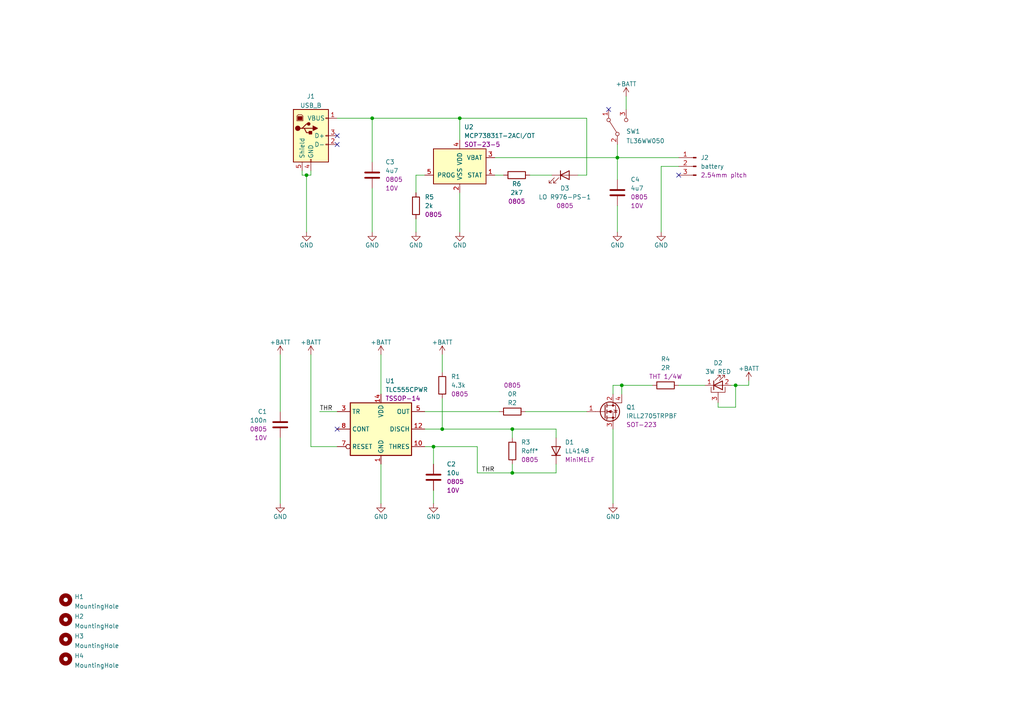
<source format=kicad_sch>
(kicad_sch (version 20230121) (generator eeschema)
  (paper "A4")
  (title_block (title "Italian railway backlights - 1:4 scale") (date "2023-04-14") (rev "REV 1.5") (company "Alessio Spachtholz") (comment 1 "Fast pulse has off time of 750ms, slow pulsing has it of 1400ms") (comment 2 "All pulse configuration have a bright time of 30ms") (comment 3 "For fast pulsing place Roff at 110kΩ otherwise  use200kΩ resistor"))
  (lib_symbols
    (symbol "Battery_Management:MCP73831-2-OT" (pin_names (offset 1.016))
      (property "Reference" "U" (at -7.62 6.35 0))
      (property "Value" "MCP73831-2-OT" (at 1.27 6.35 0))
      (symbol "MCP73831-2-OT_0_1"
        (rectangle (start -7.62 5.08) (end 7.62 -5.08) (stroke (width 0.254)) (fill (type background)))
      )
      (symbol "MCP73831-2-OT_1_1"
        (pin output line (at 10.16 -2.54 180) (length 2.54) (name "STAT") (number "1"))
        (pin power_in line (at 0 -7.62 90) (length 2.54) (name "VSS") (number "2"))
        (pin power_out line (at 10.16 2.54 180) (length 2.54) (name "VBAT") (number "3"))
        (pin power_in line (at 0 7.62 270) (length 2.54) (name "VDD") (number "4"))
        (pin input line (at -10.16 -2.54 0) (length 2.54) (name "PROG") (number "5"))
      )
    )
    (symbol "Connector:Conn_01x03_Male" (pin_names (offset 1.016) hide)
      (property "Reference" "J" (at 0 5.08 0))
      (property "Value" "Conn_01x03_Male" (at 0 -5.08 0))
      (symbol "Conn_01x03_Male_1_1"
        (polyline (pts (xy 1.27 -2.54) (xy 0.8636 -2.54)) (stroke (width 0.1524)))
        (polyline (pts (xy 1.27 0) (xy 0.8636 0)) (stroke (width 0.1524)))
        (polyline (pts (xy 1.27 2.54) (xy 0.8636 2.54)) (stroke (width 0.1524)))
        (rectangle (start 0.8636 -2.413) (end 0 -2.667) (stroke (width 0.1524)) (fill (type outline)))
        (rectangle (start 0.8636 0.127) (end 0 -0.127) (stroke (width 0.1524)) (fill (type outline)))
        (rectangle (start 0.8636 2.667) (end 0 2.413) (stroke (width 0.1524)) (fill (type outline)))
        (pin passive line (at 5.08 2.54 180) (length 3.81) (name "Pin_1") (number "1"))
        (pin passive line (at 5.08 0 180) (length 3.81) (name "Pin_2") (number "2"))
        (pin passive line (at 5.08 -2.54 180) (length 3.81) (name "Pin_3") (number "3"))
      )
    )
    (symbol "Connector:USB_B" (pin_names (offset 1.016))
      (property "Reference" "J" (at -5.08 11.43 0))
      (property "Value" "USB_B" (at -5.08 8.89 0))
      (symbol "USB_B_0_1"
        (rectangle (start -5.08 -7.62) (end 5.08 7.62) (stroke (width 0.254)) (fill (type background)))
        (circle (center -3.81 2.159) (radius 0.635) (stroke (width 0.254)) (fill (type outline)))
        (rectangle (start -3.81 5.588) (end -2.54 4.572) (fill (type outline)))
        (circle (center -0.635 3.429) (radius 0.381) (stroke (width 0.254)) (fill (type outline)))
        (rectangle (start -0.127 -7.62) (end 0.127 -6.858))
        (polyline (pts (xy -1.905 2.159) (xy 0.635 2.159)) (stroke (width 0.254)))
        (polyline (pts (xy -3.175 2.159) (xy -2.54 2.159) (xy -1.27 3.429) (xy -0.635 3.429)) (stroke (width 0.254)))
        (polyline (pts (xy -2.54 2.159) (xy -1.905 2.159) (xy -1.27 0.889) (xy 0 0.889)) (stroke (width 0.254)))
        (polyline (pts (xy 0.635 2.794) (xy 0.635 1.524) (xy 1.905 2.159) (xy 0.635 2.794)) (stroke (width 0.254)) (fill (type outline)))
        (polyline (pts (xy -4.064 4.318) (xy -2.286 4.318) (xy -2.286 5.715) (xy -2.667 6.096) (xy -3.683 6.096) (xy -4.064 5.715) (xy -4.064 4.318)))
        (rectangle (start 0.254 1.27) (end -0.508 0.508) (stroke (width 0.254)) (fill (type outline)))
        (rectangle (start 5.08 -2.667) (end 4.318 -2.413))
        (rectangle (start 5.08 -0.127) (end 4.318 0.127))
        (rectangle (start 5.08 4.953) (end 4.318 5.207))
      )
      (symbol "USB_B_1_1"
        (pin power_out line (at 7.62 5.08 180) (length 2.54) (name "VBUS") (number "1"))
        (pin bidirectional line (at 7.62 -2.54 180) (length 2.54) (name "D-") (number "2"))
        (pin bidirectional line (at 7.62 0 180) (length 2.54) (name "D+") (number "3"))
        (pin power_out line (at 0 -10.16 90) (length 2.54) (name "GND") (number "4"))
        (pin passive line (at -2.54 -10.16 90) (length 2.54) (name "Shield") (number "5"))
      )
    )
    (symbol "Device:C" (pin_numbers hide) (pin_names (offset 0.254))
      (property "Reference" "C" (at 0.635 2.54 0))
      (property "Value" "C" (at 0.635 -2.54 0))
      (symbol "C_0_1"
        (polyline (pts (xy -2.032 -0.762) (xy 2.032 -0.762)) (stroke (width 0.508)))
        (polyline (pts (xy -2.032 0.762) (xy 2.032 0.762)) (stroke (width 0.508)))
      )
      (symbol "C_1_1"
        (pin passive line (at 0 3.81 270) (length 2.794) (name "~") (number "1"))
        (pin passive line (at 0 -3.81 90) (length 2.794) (name "~") (number "2"))
      )
    )
    (symbol "Device:LED" (pin_numbers hide) (pin_names (offset 1.016) hide)
      (property "Reference" "D" (at 0 2.54 0))
      (property "Value" "LED" (at 0 -2.54 0))
      (symbol "LED_0_1"
        (polyline (pts (xy -1.27 -1.27) (xy -1.27 1.27)) (stroke (width 0.254)))
        (polyline (pts (xy -1.27 0) (xy 1.27 0)))
        (polyline (pts (xy 1.27 -1.27) (xy 1.27 1.27) (xy -1.27 0) (xy 1.27 -1.27)) (stroke (width 0.254)))
        (polyline (pts (xy -3.048 -0.762) (xy -4.572 -2.286) (xy -3.81 -2.286) (xy -4.572 -2.286) (xy -4.572 -1.524)))
        (polyline (pts (xy -1.778 -0.762) (xy -3.302 -2.286) (xy -2.54 -2.286) (xy -3.302 -2.286) (xy -3.302 -1.524)))
      )
      (symbol "LED_1_1"
        (pin passive line (at -3.81 0 0) (length 2.54) (name "K") (number "1"))
        (pin passive line (at 3.81 0 180) (length 2.54) (name "A") (number "2"))
      )
    )
    (symbol "Device:LED_Pad" (pin_names (offset 1.016) hide)
      (property "Reference" "D" (at 0 5.715 0))
      (property "Value" "LED_Pad" (at 0 3.81 0))
      (symbol "LED_Pad_0_1"
        (polyline (pts (xy -1.27 -1.27) (xy -1.27 1.27)) (stroke (width 0.254)))
        (polyline (pts (xy -1.27 0) (xy 1.27 0)))
        (polyline (pts (xy 0 -2.54) (xy 0 -2.032)))
        (polyline (pts (xy -2.032 -0.508) (xy -2.032 -2.032) (xy 2.032 -2.032) (xy 2.032 -0.508)))
        (polyline (pts (xy 1.27 -1.27) (xy 1.27 1.27) (xy -1.27 0) (xy 1.27 -1.27)) (stroke (width 0.254)))
        (polyline (pts (xy -0.889 1.397) (xy 0.635 2.921) (xy -0.127 2.921) (xy 0.635 2.921) (xy 0.635 2.159)))
        (polyline (pts (xy 0.381 1.397) (xy 1.905 2.921) (xy 1.143 2.921) (xy 1.905 2.921) (xy 1.905 2.159)))
      )
      (symbol "LED_Pad_1_1"
        (pin passive line (at -3.81 0 0) (length 2.54) (name "K") (number "1"))
        (pin passive line (at 3.81 0 180) (length 2.54) (name "A") (number "2"))
        (pin passive line (at 0 -5.08 90) (length 2.54) (name "PAD") (number "3"))
      )
    )
    (symbol "Device:Q_NMOS_GDSD" (pin_names (offset 0) hide)
      (property "Reference" "Q" (at 5.08 1.27 0))
      (property "Value" "Q_NMOS_GDSD" (at 5.08 -1.27 0))
      (symbol "Q_NMOS_GDSD_0_1"
        (polyline (pts (xy 0.254 0) (xy -2.54 0)))
        (polyline (pts (xy 0.254 1.905) (xy 0.254 -1.905)) (stroke (width 0.254)))
        (polyline (pts (xy 0.762 -1.27) (xy 0.762 -2.286)) (stroke (width 0.254)))
        (polyline (pts (xy 0.762 0.508) (xy 0.762 -0.508)) (stroke (width 0.254)))
        (polyline (pts (xy 0.762 2.286) (xy 0.762 1.27)) (stroke (width 0.254)))
        (polyline (pts (xy 2.54 -2.54) (xy 2.54 0) (xy 0.762 0)))
        (polyline (pts (xy 5.08 2.54) (xy 2.54 2.54) (xy 2.54 1.778)))
        (polyline (pts (xy 0.762 -1.778) (xy 3.302 -1.778) (xy 3.302 1.778) (xy 0.762 1.778)))
        (polyline (pts (xy 1.016 0) (xy 2.032 0.381) (xy 2.032 -0.381) (xy 1.016 0)) (fill (type outline)))
        (polyline (pts (xy 2.794 0.508) (xy 2.921 0.381) (xy 3.683 0.381) (xy 3.81 0.254)))
        (polyline (pts (xy 3.302 0.381) (xy 2.921 -0.254) (xy 3.683 -0.254) (xy 3.302 0.381)))
        (circle (center 1.651 0) (radius 2.794) (stroke (width 0.254)))
        (circle (center 2.54 -1.778) (radius 0.254) (fill (type outline)))
        (circle (center 2.54 1.778) (radius 0.254) (fill (type outline)))
      )
      (symbol "Q_NMOS_GDSD_1_1"
        (pin input line (at -5.08 0 0) (length 2.54) (name "G") (number "1"))
        (pin passive line (at 2.54 5.08 270) (length 2.54) (name "D") (number "2"))
        (pin passive line (at 2.54 -5.08 90) (length 2.54) (name "S") (number "3"))
        (pin passive line (at 5.08 5.08 270) (length 2.54) (name "D") (number "4"))
      )
    )
    (symbol "Device:R" (pin_numbers hide) (pin_names (offset 0))
      (property "Reference" "R" (at 2.032 0 90))
      (property "Value" "R" (at 0 0 90))
      (symbol "R_0_1"
        (rectangle (start -1.016 -2.54) (end 1.016 2.54) (stroke (width 0.254)))
      )
      (symbol "R_1_1"
        (pin passive line (at 0 3.81 270) (length 1.27) (name "~") (number "1"))
        (pin passive line (at 0 -3.81 90) (length 1.27) (name "~") (number "2"))
      )
    )
    (symbol "Diode:LL4148" (pin_numbers hide) (pin_names (offset 1.016) hide)
      (property "Reference" "D" (at 0 2.54 0))
      (property "Value" "LL4148" (at 0 -2.54 0))
      (symbol "LL4148_0_1"
        (polyline (pts (xy -1.27 1.27) (xy -1.27 -1.27)) (stroke (width 0.254)))
        (polyline (pts (xy 1.27 0) (xy -1.27 0)))
        (polyline (pts (xy 1.27 1.27) (xy 1.27 -1.27) (xy -1.27 0) (xy 1.27 1.27)) (stroke (width 0.254)))
      )
      (symbol "LL4148_1_1"
        (pin passive line (at -3.81 0 0) (length 2.54) (name "K") (number "1"))
        (pin passive line (at 3.81 0 180) (length 2.54) (name "A") (number "2"))
      )
    )
    (symbol "Mechanical:MountingHole" (pin_names (offset 1.016))
      (property "Reference" "H" (at 0 5.08 0))
      (property "Value" "MountingHole" (at 0 3.175 0))
      (symbol "MountingHole_0_1"
        (circle (center 0 0) (radius 1.27) (stroke (width 1.27)))
      )
    )
    (symbol "Switch:SW_SPDT" (pin_names (offset 0) hide)
      (property "Reference" "SW" (at 0 4.318 0))
      (property "Value" "SW_SPDT" (at 0 -5.08 0))
      (symbol "SW_SPDT_0_0"
        (circle (center -2.032 0) (radius 0.508))
        (circle (center 2.032 -2.54) (radius 0.508))
      )
      (symbol "SW_SPDT_0_1"
        (polyline (pts (xy -1.524 0.254) (xy 1.651 2.286)))
        (circle (center 2.032 2.54) (radius 0.508))
      )
      (symbol "SW_SPDT_1_1"
        (pin passive line (at 5.08 2.54 180) (length 2.54) (name "A") (number "1"))
        (pin passive line (at -5.08 0 0) (length 2.54) (name "B") (number "2"))
        (pin passive line (at 5.08 -2.54 180) (length 2.54) (name "C") (number "3"))
      )
    )
    (symbol "Timer:TLC555xPW"
      (property "Reference" "U" (at 2.54 11.43 0))
      (property "Value" "TLC555xPW" (at 2.54 8.89 0))
      (symbol "TLC555xPW_0_0"
        (pin power_in line (at 0 -10.16 90) (length 2.54) (name "GND") (number "1"))
        (pin power_in line (at 0 10.16 270) (length 2.54) (name "VDD") (number "14"))
      )
      (symbol "TLC555xPW_0_1"
        (rectangle (start -8.89 -7.62) (end 8.89 7.62) (stroke (width 0.254)) (fill (type background)))
        (rectangle (start -8.89 -7.62) (end 8.89 7.62) (stroke (width 0.254)) (fill (type background)))
      )
      (symbol "TLC555xPW_1_1"
        (pin input line (at 12.7 -5.08 180) (length 3.81) (name "THRES") (number "10"))
        (pin no_connect line (at 0 0 270) (length 2.54) hide (name "NC") (number "11"))
        (pin input line (at 12.7 0 180) (length 3.81) (name "DISCH") (number "12"))
        (pin no_connect line (at 2.54 0 270) (length 2.54) hide (name "NC") (number "13"))
        (pin no_connect line (at -2.54 5.08 270) (length 2.54) hide (name "NC") (number "2"))
        (pin input line (at -12.7 5.08 0) (length 3.81) (name "TR") (number "3"))
        (pin no_connect line (at 0 5.08 270) (length 2.54) hide (name "NC") (number "4"))
        (pin output line (at 12.7 5.08 180) (length 3.81) (name "OUT") (number "5"))
        (pin no_connect line (at 2.54 5.08 270) (length 2.54) hide (name "NC") (number "6"))
        (pin input inverted (at -12.7 -5.08 0) (length 3.81) (name "RESET") (number "7"))
        (pin input line (at -12.7 0 0) (length 3.81) (name "CONT") (number "8"))
        (pin no_connect line (at -2.54 0 270) (length 2.54) hide (name "NC") (number "9"))
      )
    )
    (symbol "power:+BATT" (power) (pin_names (offset 0))
      (property "Value" "+BATT" (at 0 3.556 0))
      (symbol "+BATT_0_1"
        (polyline (pts (xy -0.762 1.27) (xy 0 2.54)))
        (polyline (pts (xy 0 0) (xy 0 2.54)))
        (polyline (pts (xy 0 2.54) (xy 0.762 1.27)))
      )
      (symbol "+BATT_1_1"
        (pin power_in line (at 0 0 90) (length 0) hide (name "+BATT") (number "1"))
      )
    )
    (symbol "power:GND" (power) (pin_names (offset 0))
      (property "Value" "GND" (at 0 -3.81 0))
      (symbol "GND_0_1"
        (polyline (pts (xy 0 0) (xy 0 -1.27) (xy 1.27 -1.27) (xy 0 -2.54) (xy -1.27 -1.27) (xy 0 -1.27)))
      )
      (symbol "GND_1_1"
        (pin power_in line (at 0 0 270) (length 0) hide (name "GND") (number "1"))
      )
    )
  )
  (junction (at 128.27 124.46))
  (junction (at 148.59 137.16))
  (junction (at 133.35 34.29))
  (junction (at 125.73 129.54))
  (junction (at 148.59 124.46))
  (junction (at 180.34 111.76))
  (junction (at 88.9 50.8))
  (junction (at 179.07 45.72))
  (junction (at 107.95 34.29))
  (junction (at 213.36 111.76))
  (no_connect (at 97.79 39.37))
  (no_connect (at 97.79 41.91))
  (no_connect (at 196.85 50.8))
  (no_connect (at 97.79 124.46))
  (no_connect (at 176.53 31.75))
  (wire (pts (xy 138.43 129.54) (xy 138.43 137.16)))
  (wire (pts (xy 110.49 134.62) (xy 110.49 146.05)))
  (wire (pts (xy 143.51 50.8) (xy 146.05 50.8)))
  (wire (pts (xy 90.17 129.54) (xy 97.79 129.54)))
  (wire (pts (xy 217.17 111.76) (xy 217.17 110.49)))
  (wire (pts (xy 107.95 34.29) (xy 133.35 34.29)))
  (wire (pts (xy 177.8 124.46) (xy 177.8 146.05)))
  (wire (pts (xy 92.71 119.38) (xy 97.79 119.38)))
  (wire (pts (xy 208.28 118.11) (xy 213.36 118.11)))
  (wire (pts (xy 213.36 118.11) (xy 213.36 111.76)))
  (wire (pts (xy 138.43 137.16) (xy 148.59 137.16)))
  (wire (pts (xy 179.07 45.72) (xy 196.85 45.72)))
  (wire (pts (xy 153.67 50.8) (xy 160.02 50.8)))
  (wire (pts (xy 196.85 111.76) (xy 204.47 111.76)))
  (wire (pts (xy 107.95 34.29) (xy 107.95 46.99)))
  (wire (pts (xy 170.18 34.29) (xy 133.35 34.29)))
  (wire (pts (xy 125.73 129.54) (xy 138.43 129.54)))
  (wire (pts (xy 128.27 115.57) (xy 128.27 124.46)))
  (wire (pts (xy 133.35 34.29) (xy 133.35 40.64)))
  (wire (pts (xy 148.59 124.46) (xy 148.59 127)))
  (wire (pts (xy 148.59 137.16) (xy 161.29 137.16)))
  (wire (pts (xy 125.73 134.62) (xy 125.73 129.54)))
  (wire (pts (xy 107.95 54.61) (xy 107.95 67.31)))
  (wire (pts (xy 120.65 50.8) (xy 123.19 50.8)))
  (wire (pts (xy 128.27 124.46) (xy 148.59 124.46)))
  (wire (pts (xy 161.29 124.46) (xy 161.29 127)))
  (wire (pts (xy 179.07 45.72) (xy 179.07 52.07)))
  (wire (pts (xy 128.27 102.87) (xy 128.27 107.95)))
  (wire (pts (xy 90.17 50.8) (xy 88.9 50.8)))
  (wire (pts (xy 123.19 129.54) (xy 125.73 129.54)))
  (wire (pts (xy 170.18 34.29) (xy 170.18 50.8)))
  (wire (pts (xy 120.65 63.5) (xy 120.65 67.31)))
  (wire (pts (xy 123.19 119.38) (xy 144.78 119.38)))
  (wire (pts (xy 180.34 114.3) (xy 180.34 111.76)))
  (wire (pts (xy 180.34 111.76) (xy 177.8 111.76)))
  (wire (pts (xy 90.17 49.53) (xy 90.17 50.8)))
  (wire (pts (xy 170.18 50.8) (xy 167.64 50.8)))
  (wire (pts (xy 148.59 124.46) (xy 161.29 124.46)))
  (wire (pts (xy 179.07 59.69) (xy 179.07 67.31)))
  (wire (pts (xy 87.63 50.8) (xy 88.9 50.8)))
  (wire (pts (xy 97.79 34.29) (xy 107.95 34.29)))
  (wire (pts (xy 177.8 111.76) (xy 177.8 114.3)))
  (wire (pts (xy 133.35 55.88) (xy 133.35 67.31)))
  (wire (pts (xy 213.36 111.76) (xy 217.17 111.76)))
  (wire (pts (xy 125.73 142.24) (xy 125.73 146.05)))
  (wire (pts (xy 88.9 50.8) (xy 88.9 67.31)))
  (wire (pts (xy 123.19 124.46) (xy 128.27 124.46)))
  (wire (pts (xy 181.61 27.94) (xy 181.61 31.75)))
  (wire (pts (xy 179.07 41.91) (xy 179.07 45.72)))
  (wire (pts (xy 120.65 55.88) (xy 120.65 50.8)))
  (wire (pts (xy 87.63 49.53) (xy 87.63 50.8)))
  (wire (pts (xy 212.09 111.76) (xy 213.36 111.76)))
  (wire (pts (xy 152.4 119.38) (xy 170.18 119.38)))
  (wire (pts (xy 81.28 127) (xy 81.28 146.05)))
  (wire (pts (xy 81.28 102.87) (xy 81.28 119.38)))
  (wire (pts (xy 180.34 111.76) (xy 189.23 111.76)))
  (wire (pts (xy 208.28 116.84) (xy 208.28 118.11)))
  (wire (pts (xy 161.29 134.62) (xy 161.29 137.16)))
  (wire (pts (xy 143.51 45.72) (xy 179.07 45.72)))
  (wire (pts (xy 191.77 48.26) (xy 196.85 48.26)))
  (wire (pts (xy 191.77 48.26) (xy 191.77 67.31)))
  (wire (pts (xy 90.17 129.54) (xy 90.17 102.87)))
  (wire (pts (xy 110.49 102.87) (xy 110.49 114.3)))
  (wire (pts (xy 148.59 134.62) (xy 148.59 137.16)))
  (label "THR" (at 139.7 137.16 0))
  (label "THR" (at 92.71 119.38 0))
  (symbol (lib_id "Mechanical:MountingHole") (at 19.05 173.99 0) (unit 1)
    (property "Reference" "H1" (at 21.59 173.0815 0) (effects (justify left)))
    (property "Value" "MountingHole" (at 21.59 175.8566 0) (effects (justify left)))
    (property "Footprint" "MountingHole:MountingHole_3.2mm_M3" (effects hide))
  )
  (symbol (lib_id "power:GND") (at 133.35 67.31 0) (unit 1)
    (property "Reference" "#PWR014" (effects hide))
    (property "Value" "GND" (at 133.35 71.12 0))
  )
  (symbol (lib_id "power:+BATT") (at 217.17 110.49 0) (unit 1)
    (property "Reference" "#PWR013" (effects hide))
    (property "Value" "+BATT" (at 217.17 106.9142 0))
  )
  (symbol (lib_id "power:+BATT") (at 90.17 102.87 0) (unit 1)
    (property "Reference" "#PWR03" (effects hide))
    (property "Value" "+BATT" (at 90.17 99.2942 0))
  )
  (symbol (lib_id "Battery_Management:MCP73831-2-OT") (at 133.35 48.26 0) (unit 1)
    (property "Reference" "U2" (at 134.62 36.83 0) (effects (justify left)))
    (property "Value" "MCP73831T-2ACI/OT" (at 134.62 39.37 0) (effects (justify left)))
    (property "Footprint" "Package_TO_SOT_SMD:SOT-23-5" (effects hide))
    (property "Datasheet" "http://ww1.microchip.com/downloads/en/DeviceDoc/20001984g.pdf" (effects hide))
    (property "case" "SOT-23-5" (at 134.62 41.91 0) (effects (justify left)))
  )
  (symbol (lib_id "Device:R") (at 120.65 59.69 0) (unit 1)
    (property "Reference" "R5" (at 123.19 57.15 0) (effects (justify left)))
    (property "Value" "2k" (at 123.19 59.69 0) (effects (justify left)))
    (property "Footprint" "Resistor_SMD:R_0805_2012Metric" (effects hide))
    (property "case" "0805" (at 123.19 62.23 0) (effects (justify left)))
  )
  (symbol (lib_id "Mechanical:MountingHole") (at 19.05 179.705 0) (unit 1)
    (property "Reference" "H2" (at 21.59 178.7965 0) (effects (justify left)))
    (property "Value" "MountingHole" (at 21.59 181.5716 0) (effects (justify left)))
    (property "Footprint" "MountingHole:MountingHole_3.2mm_M3" (effects hide))
  )
  (symbol (lib_id "Timer:TLC555xPW") (at 110.49 124.46 0) (unit 1)
    (property "Reference" "U1" (at 111.76 110.49 0) (effects (justify left)))
    (property "Value" "TLC555CPWR" (at 111.76 113.03 0) (effects (justify left)))
    (property "Footprint" "Package_SO:TSSOP-14_4.4x5mm_P0.65mm" (effects hide))
    (property "Datasheet" "http://www.ti.com/lit/ds/symlink/tlc555.pdf" (effects hide))
    (property "case" "TSSOP-14" (at 111.76 115.57 0) (effects (justify left)))
  )
  (symbol (lib_id "power:+BATT") (at 81.28 102.87 0) (mirror y) (unit 1)
    (property "Reference" "#PWR01" (effects hide))
    (property "Value" "+BATT" (at 81.28 99.2942 0))
  )
  (symbol (lib_id "Device:R") (at 128.27 111.76 0) (unit 1)
    (property "Reference" "R1" (at 130.81 109.22 0) (effects (justify left)))
    (property "Value" "4.3k" (at 130.81 111.76 0) (effects (justify left)))
    (property "Footprint" "Resistor_SMD:R_0805_2012Metric" (effects hide))
    (property "case" "0805" (at 130.81 114.3 0) (effects (justify left)))
  )
  (symbol (lib_id "Device:LED") (at 163.83 50.8 0) (unit 1)
    (property "Reference" "D3" (at 163.83 54.61 0))
    (property "Value" "LO R976-PS-1" (at 163.83 57.15 0))
    (property "Footprint" "LED_SMD:LED_0805_2012Metric" (effects hide))
    (property "case" "0805" (at 163.83 59.69 0))
  )
  (symbol (lib_id "Device:R") (at 148.59 130.81 0) (unit 1)
    (property "Reference" "R3" (at 151.13 128.27 0) (effects (justify left)))
    (property "Value" "Roff*" (at 151.13 130.81 0) (effects (justify left)))
    (property "Footprint" "Resistor_SMD:R_0805_2012Metric" (effects hide))
    (property "case" "0805" (at 151.13 133.35 0) (effects (justify left)))
  )
  (symbol (lib_id "power:GND") (at 179.07 67.31 0) (unit 1)
    (property "Reference" "#PWR016" (effects hide))
    (property "Value" "GND" (at 179.07 71.12 0))
  )
  (symbol (lib_id "Device:C") (at 179.07 55.88 0) (unit 1)
    (property "Reference" "C4" (at 182.88 52.07 0) (effects (justify left)))
    (property "Value" "4u7" (at 182.88 54.61 0) (effects (justify left)))
    (property "Footprint" "Capacitor_SMD:C_0805_2012Metric" (effects hide))
    (property "voltage" "10V" (at 182.88 59.69 0) (effects (justify left)))
    (property "case" "0805" (at 182.88 57.15 0) (effects (justify left)))
  )
  (symbol (lib_id "Device:R") (at 148.59 119.38 270) (mirror x) (unit 1)
    (property "Reference" "R2" (at 148.59 116.84 90))
    (property "Value" "0R" (at 148.59 114.3 90))
    (property "Footprint" "Resistor_SMD:R_0805_2012Metric" (effects hide))
    (property "case" "0805" (at 148.59 111.76 90))
  )
  (symbol (lib_id "power:+BATT") (at 110.49 102.87 0) (unit 1)
    (property "Reference" "#PWR04" (effects hide))
    (property "Value" "+BATT" (at 110.49 99.2942 0))
  )
  (symbol (lib_id "Device:C") (at 125.73 138.43 0) (unit 1)
    (property "Reference" "C2" (at 129.54 134.62 0) (effects (justify left)))
    (property "Value" "10u" (at 129.54 137.16 0) (effects (justify left)))
    (property "Footprint" "Capacitor_SMD:C_0805_2012Metric" (effects hide))
    (property "voltage" "10V" (at 129.54 142.24 0) (effects (justify left)))
    (property "case" "0805" (at 129.54 139.7 0) (effects (justify left)))
  )
  (symbol (lib_id "power:GND") (at 125.73 146.05 0) (unit 1)
    (property "Reference" "#PWR07" (effects hide))
    (property "Value" "GND" (at 125.73 149.86 0))
  )
  (symbol (lib_id "power:GND") (at 88.9 67.31 0) (unit 1)
    (property "Reference" "#PWR09" (effects hide))
    (property "Value" "GND" (at 88.9 71.12 0))
  )
  (symbol (lib_id "Device:Q_NMOS_GDSD") (at 175.26 119.38 0) (unit 1)
    (property "Reference" "Q1" (at 181.61 118.11 0) (effects (justify left)))
    (property "Value" "IRLL2705TRPBF" (at 181.61 120.65 0) (effects (justify left)))
    (property "Footprint" "Package_TO_SOT_SMD:SOT-223" (effects hide))
    (property "case" "SOT-223" (at 181.61 123.19 0) (effects (justify left)))
  )
  (symbol (lib_id "power:GND") (at 81.28 146.05 0) (mirror y) (unit 1)
    (property "Reference" "#PWR02" (effects hide))
    (property "Value" "GND" (at 81.28 149.86 0))
  )
  (symbol (lib_id "power:GND") (at 107.95 67.31 0) (unit 1)
    (property "Reference" "#PWR011" (effects hide))
    (property "Value" "GND" (at 107.95 71.12 0))
  )
  (symbol (lib_id "power:+BATT") (at 128.27 102.87 0) (unit 1)
    (property "Reference" "#PWR06" (effects hide))
    (property "Value" "+BATT" (at 128.27 99.2942 0))
  )
  (symbol (lib_id "Switch:SW_SPDT") (at 179.07 36.83 90) (unit 1)
    (property "Reference" "SW1" (at 181.61 38.1 90) (effects (justify right)))
    (property "Value" "TL36WW050" (at 181.61 40.8751 90) (effects (justify right)))
    (property "Footprint" "Alessio Impronte con 3D:TL36WW050" (effects hide))
  )
  (symbol (lib_id "Mechanical:MountingHole") (at 19.05 191.135 0) (unit 1)
    (property "Reference" "H4" (at 21.59 190.2265 0) (effects (justify left)))
    (property "Value" "MountingHole" (at 21.59 193.0016 0) (effects (justify left)))
    (property "Footprint" "MountingHole:MountingHole_3.2mm_M3" (effects hide))
  )
  (symbol (lib_id "power:GND") (at 177.8 146.05 0) (unit 1)
    (property "Reference" "#PWR08" (effects hide))
    (property "Value" "GND" (at 177.8 149.86 0))
  )
  (symbol (lib_id "Diode:LL4148") (at 161.29 130.81 90) (unit 1)
    (property "Reference" "D1" (at 163.83 128.27 90) (effects (justify right)))
    (property "Value" "LL4148" (at 163.83 130.81 90) (effects (justify right)))
    (property "Footprint" "Diode_SMD:D_MiniMELF" (effects hide))
    (property "Datasheet" "http://www.vishay.com/docs/85557/ll4148.pdf" (effects hide))
    (property "case" "MiniMELF" (at 163.83 133.35 90) (effects (justify right)))
  )
  (symbol (lib_id "Connector:USB_B") (at 90.17 39.37 0) (unit 1)
    (property "Reference" "J1" (at 90.17 27.94 0))
    (property "Value" "USB_B" (at 90.17 30.5871 0))
    (property "Footprint" "Alessio Impronte con 3D:USB_Balessio" (effects hide))
    (property "Datasheet" " ~" (effects hide))
  )
  (symbol (lib_id "Device:C") (at 107.95 50.8 0) (unit 1)
    (property "Reference" "C3" (at 111.76 46.99 0) (effects (justify left)))
    (property "Value" "4u7" (at 111.76 49.53 0) (effects (justify left)))
    (property "Footprint" "Capacitor_SMD:C_0805_2012Metric" (effects hide))
    (property "voltage" "10V" (at 111.76 54.61 0) (effects (justify left)))
    (property "case" "0805" (at 111.76 52.07 0) (effects (justify left)))
  )
  (symbol (lib_id "power:+BATT") (at 181.61 27.94 0) (unit 1)
    (property "Reference" "#PWR015" (effects hide))
    (property "Value" "+BATT" (at 181.61 24.3642 0))
  )
  (symbol (lib_id "Device:R") (at 193.04 111.76 270) (unit 1)
    (property "Reference" "R4" (at 193.04 104.14 90))
    (property "Value" "2R" (at 193.04 106.68 90))
    (property "Footprint" "Resistor_THT:R_Axial_DIN0207_L6.3mm_D2.5mm_P7.62mm_Horizontal" (effects hide))
    (property "case" "THT 1/4W" (at 193.04 109.22 90))
  )
  (symbol (lib_id "power:GND") (at 191.77 67.31 0) (unit 1)
    (property "Reference" "#PWR017" (effects hide))
    (property "Value" "GND" (at 191.77 71.12 0))
  )
  (symbol (lib_id "power:GND") (at 120.65 67.31 0) (unit 1)
    (property "Reference" "#PWR012" (effects hide))
    (property "Value" "GND" (at 120.65 71.12 0))
  )
  (symbol (lib_id "Device:LED_Pad") (at 208.28 111.76 0) (unit 1)
    (property "Reference" "D2" (at 208.28 105.2662 0))
    (property "Value" "3W RED" (at 208.28 107.8031 0))
    (property "Footprint" "Alessio Impronte con 3D:LED_1W_3W_R8" (effects hide))
  )
  (symbol (lib_id "power:GND") (at 110.49 146.05 0) (unit 1)
    (property "Reference" "#PWR05" (effects hide))
    (property "Value" "GND" (at 110.49 149.86 0))
  )
  (symbol (lib_id "Device:C") (at 81.28 123.19 0) (mirror y) (unit 1)
    (property "Reference" "C1" (at 77.47 119.38 0) (effects (justify left)))
    (property "Value" "100n" (at 77.47 121.92 0) (effects (justify left)))
    (property "Footprint" "Capacitor_SMD:C_0805_2012Metric" (effects hide))
    (property "voltage" "10V" (at 77.47 127 0) (effects (justify left)))
    (property "case" "0805" (at 77.47 124.46 0) (effects (justify left)))
  )
  (symbol (lib_id "Connector:Conn_01x03_Male") (at 201.93 48.26 0) (mirror y) (unit 1)
    (property "Reference" "J2" (at 203.2 45.72 0) (effects (justify right)))
    (property "Value" "battery" (at 203.2 48.26 0) (effects (justify right)))
    (property "Footprint" "Connector_PinSocket_2.54mm:PinSocket_1x03_P2.54mm_Vertical" (effects hide))
    (property "Field4" "2.54mm pitch" (at 203.2 50.8 0) (effects (justify right)))
  )
  (symbol (lib_id "Mechanical:MountingHole") (at 19.05 185.42 0) (unit 1)
    (property "Reference" "H3" (at 21.59 184.5115 0) (effects (justify left)))
    (property "Value" "MountingHole" (at 21.59 187.2866 0) (effects (justify left)))
    (property "Footprint" "MountingHole:MountingHole_3.2mm_M3" (effects hide))
  )
  (symbol (lib_id "Device:R") (at 149.86 50.8 270) (unit 1)
    (property "Reference" "R6" (at 149.86 53.34 90))
    (property "Value" "2k7" (at 149.86 55.88 90))
    (property "Footprint" "Resistor_SMD:R_0805_2012Metric" (effects hide))
    (property "case" "0805" (at 149.86 58.42 90))
  )
)
</source>
